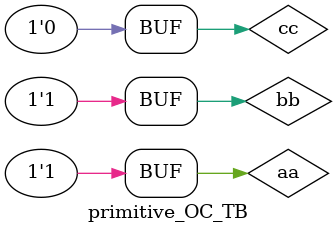
<source format=sv>
`timescale 1ns/1ns
module primitive_OC_TB ();
    logic aa = 0,bb = 0,cc = 0;
    wire y0_1, y1_1, y0_2, y1_2;
    OC_3input CUT1 (.a(aa),.b(bb),.c(cc),.y0(y0_1),.y1(y1_1));
    primitive_3input_OC CUT2 (.a(aa),.b(bb),.c(cc),.y1(y1_2), .y0(y0_2));
    initial begin
        #200 cc = 1;
        #200 bb = 1;
        #200 aa = 1;
        #200 cc = 0;
        #200;
    end

endmodule
</source>
